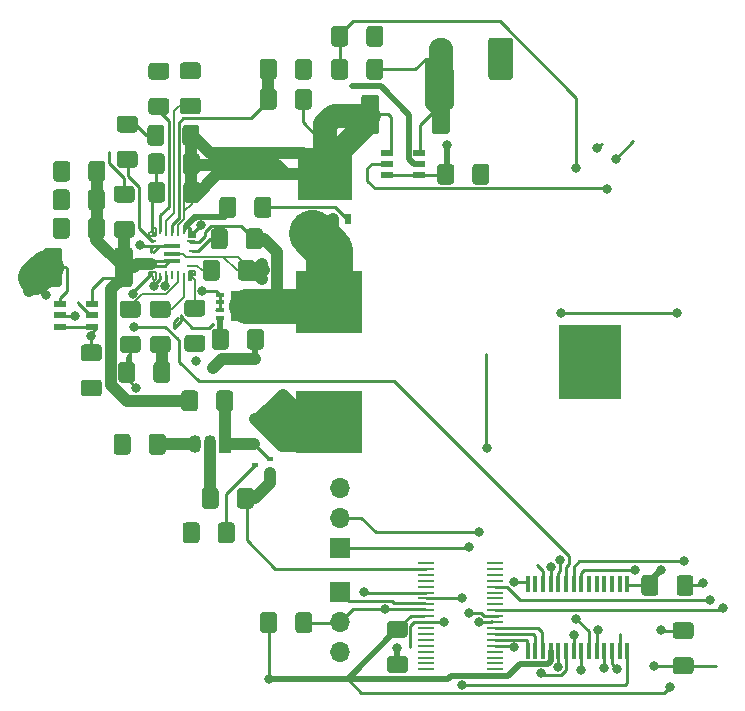
<source format=gbr>
G04 #@! TF.GenerationSoftware,KiCad,Pcbnew,(5.1.10)-1*
G04 #@! TF.CreationDate,2021-05-18T15:00:51+02:00*
G04 #@! TF.ProjectId,PEE50_MPPT,50454535-305f-44d5-9050-542e6b696361,rev?*
G04 #@! TF.SameCoordinates,Original*
G04 #@! TF.FileFunction,Copper,L1,Top*
G04 #@! TF.FilePolarity,Positive*
%FSLAX46Y46*%
G04 Gerber Fmt 4.6, Leading zero omitted, Abs format (unit mm)*
G04 Created by KiCad (PCBNEW (5.1.10)-1) date 2021-05-18 15:00:51*
%MOMM*%
%LPD*%
G01*
G04 APERTURE LIST*
G04 #@! TA.AperFunction,EtchedComponent*
%ADD10C,0.152400*%
G04 #@! TD*
G04 #@! TA.AperFunction,SMDPad,CuDef*
%ADD11C,0.306367*%
G04 #@! TD*
G04 #@! TA.AperFunction,SMDPad,CuDef*
%ADD12R,0.249999X0.599999*%
G04 #@! TD*
G04 #@! TA.AperFunction,SMDPad,CuDef*
%ADD13R,0.249999X0.725000*%
G04 #@! TD*
G04 #@! TA.AperFunction,SMDPad,CuDef*
%ADD14C,0.289687*%
G04 #@! TD*
G04 #@! TA.AperFunction,SMDPad,CuDef*
%ADD15R,0.625000X0.249999*%
G04 #@! TD*
G04 #@! TA.AperFunction,SMDPad,CuDef*
%ADD16C,0.258750*%
G04 #@! TD*
G04 #@! TA.AperFunction,SMDPad,CuDef*
%ADD17C,0.332306*%
G04 #@! TD*
G04 #@! TA.AperFunction,SMDPad,CuDef*
%ADD18R,0.675000X0.249999*%
G04 #@! TD*
G04 #@! TA.AperFunction,SMDPad,CuDef*
%ADD19R,0.599999X0.249999*%
G04 #@! TD*
G04 #@! TA.AperFunction,SMDPad,CuDef*
%ADD20R,1.425001X0.375001*%
G04 #@! TD*
G04 #@! TA.AperFunction,SMDPad,CuDef*
%ADD21R,0.354800X1.461999*%
G04 #@! TD*
G04 #@! TA.AperFunction,ComponentPad*
%ADD22O,1.700000X1.700000*%
G04 #@! TD*
G04 #@! TA.AperFunction,ComponentPad*
%ADD23R,1.700000X1.700000*%
G04 #@! TD*
G04 #@! TA.AperFunction,SMDPad,CuDef*
%ADD24R,1.404099X0.279400*%
G04 #@! TD*
G04 #@! TA.AperFunction,ComponentPad*
%ADD25O,2.080000X3.600000*%
G04 #@! TD*
G04 #@! TA.AperFunction,SMDPad,CuDef*
%ADD26R,5.283200X6.350000*%
G04 #@! TD*
G04 #@! TA.AperFunction,SMDPad,CuDef*
%ADD27R,5.588000X5.334000*%
G04 #@! TD*
G04 #@! TA.AperFunction,ComponentPad*
%ADD28R,1.050000X1.500000*%
G04 #@! TD*
G04 #@! TA.AperFunction,ComponentPad*
%ADD29O,1.050000X1.500000*%
G04 #@! TD*
G04 #@! TA.AperFunction,SMDPad,CuDef*
%ADD30R,0.508000X0.355600*%
G04 #@! TD*
G04 #@! TA.AperFunction,SMDPad,CuDef*
%ADD31R,4.570001X4.490001*%
G04 #@! TD*
G04 #@! TA.AperFunction,SMDPad,CuDef*
%ADD32R,0.509999X0.910001*%
G04 #@! TD*
G04 #@! TA.AperFunction,SMDPad,CuDef*
%ADD33R,2.510000X2.550000*%
G04 #@! TD*
G04 #@! TA.AperFunction,SMDPad,CuDef*
%ADD34R,0.700001X0.399999*%
G04 #@! TD*
G04 #@! TA.AperFunction,SMDPad,CuDef*
%ADD35R,0.977900X0.558800*%
G04 #@! TD*
G04 #@! TA.AperFunction,ViaPad*
%ADD36C,0.800000*%
G04 #@! TD*
G04 #@! TA.AperFunction,Conductor*
%ADD37C,0.250000*%
G04 #@! TD*
G04 #@! TA.AperFunction,Conductor*
%ADD38C,0.500000*%
G04 #@! TD*
G04 #@! TA.AperFunction,Conductor*
%ADD39C,0.200000*%
G04 #@! TD*
G04 #@! TA.AperFunction,Conductor*
%ADD40C,1.000000*%
G04 #@! TD*
G04 #@! TA.AperFunction,Conductor*
%ADD41C,2.000000*%
G04 #@! TD*
G04 #@! TA.AperFunction,Conductor*
%ADD42C,4.000000*%
G04 #@! TD*
G04 #@! TA.AperFunction,Conductor*
%ADD43C,3.000000*%
G04 #@! TD*
G04 APERTURE END LIST*
D10*
X40541800Y-74481800D02*
X40591800Y-74431800D01*
X40541800Y-75156800D02*
X40541800Y-74481800D01*
X40591800Y-75206800D02*
X40541800Y-75156800D01*
X41066798Y-75206800D02*
X40591800Y-75206800D01*
X41116798Y-75156800D02*
X41066798Y-75206800D01*
X41116800Y-74856801D02*
X41116798Y-75156800D01*
X41066798Y-74806801D02*
X41116800Y-74856801D01*
X40766798Y-74806801D02*
X41066798Y-74806801D01*
X40766798Y-74481800D02*
X40766798Y-74806801D01*
X40716798Y-74431800D02*
X40766798Y-74481800D01*
X40591800Y-74431800D02*
X40716798Y-74431800D01*
X40591800Y-78831799D02*
X40591800Y-78831802D01*
X40541798Y-78781802D02*
X40591800Y-78831799D01*
X40541798Y-78106802D02*
X40541798Y-78781802D01*
X40591800Y-78056802D02*
X40541798Y-78106802D01*
X41066798Y-78056799D02*
X40591800Y-78056802D01*
X41116798Y-78106802D02*
X41066798Y-78056799D01*
X41116800Y-78406801D02*
X41116798Y-78106802D01*
X41066798Y-78456801D02*
X41116800Y-78406801D01*
X40766798Y-78456801D02*
X41066798Y-78456801D01*
X40766798Y-78781802D02*
X40766798Y-78456801D01*
X40716798Y-78831802D02*
X40766798Y-78781802D01*
X40591800Y-78831802D02*
X40716798Y-78831802D01*
X37567800Y-74481800D02*
X37617798Y-74431800D01*
X37567798Y-74781802D02*
X37567800Y-74481800D01*
X37267798Y-74781802D02*
X37567798Y-74781802D01*
X37217799Y-74831802D02*
X37267798Y-74781802D01*
X37217799Y-75081802D02*
X37217799Y-74831802D01*
X37267798Y-75131801D02*
X37217799Y-75081802D01*
X37742799Y-75131801D02*
X37267798Y-75131801D01*
X37792799Y-75081802D02*
X37742799Y-75131801D01*
X37792799Y-74481800D02*
X37792799Y-75081802D01*
X37742799Y-74431800D02*
X37792799Y-74481800D01*
X37617798Y-74431800D02*
X37742799Y-74431800D01*
X37567800Y-78781802D02*
X37617798Y-78831802D01*
X37567798Y-78481800D02*
X37567800Y-78781802D01*
X37267798Y-78481800D02*
X37567798Y-78481800D01*
X37217799Y-78431800D02*
X37267798Y-78481800D01*
X37217799Y-78181800D02*
X37217799Y-78431800D01*
X37267798Y-78131801D02*
X37217799Y-78181800D01*
X37742799Y-78131801D02*
X37267798Y-78131801D01*
X37792799Y-78181800D02*
X37742799Y-78131801D01*
X37792801Y-78781802D02*
X37792799Y-78181800D01*
X37742799Y-78831802D02*
X37792801Y-78781802D01*
X37617798Y-78831802D02*
X37742799Y-78831802D01*
D11*
X40721487Y-74970862D03*
D12*
X40166800Y-74731802D03*
D13*
X39666798Y-74794301D03*
X39166799Y-74794301D03*
X38666800Y-74794301D03*
D12*
X38166798Y-74731802D03*
D14*
X37613111Y-74970862D03*
D15*
X37529299Y-75506802D03*
X37529299Y-76006801D03*
X37529299Y-76506800D03*
X37529299Y-77256801D03*
X37529299Y-77756800D03*
D16*
X37361550Y-78275552D03*
D12*
X38166798Y-78531800D03*
D13*
X38666800Y-78469301D03*
X39166799Y-78469301D03*
X39666798Y-78469301D03*
D12*
X40166800Y-78531800D03*
D17*
X40757423Y-78272425D03*
D18*
X40779300Y-77681801D03*
D19*
X40816798Y-76881801D03*
X40816798Y-76381801D03*
D18*
X40779300Y-75581801D03*
D20*
X39166799Y-76006801D03*
X39166799Y-76631801D03*
X39166799Y-77256801D03*
G04 #@! TA.AperFunction,SMDPad,CuDef*
G36*
G01*
X83048000Y-112218500D02*
X81798000Y-112218500D01*
G75*
G02*
X81548000Y-111968500I0J250000D01*
G01*
X81548000Y-111043500D01*
G75*
G02*
X81798000Y-110793500I250000J0D01*
G01*
X83048000Y-110793500D01*
G75*
G02*
X83298000Y-111043500I0J-250000D01*
G01*
X83298000Y-111968500D01*
G75*
G02*
X83048000Y-112218500I-250000J0D01*
G01*
G37*
G04 #@! TD.AperFunction*
G04 #@! TA.AperFunction,SMDPad,CuDef*
G36*
G01*
X83048000Y-109243500D02*
X81798000Y-109243500D01*
G75*
G02*
X81548000Y-108993500I0J250000D01*
G01*
X81548000Y-108068500D01*
G75*
G02*
X81798000Y-107818500I250000J0D01*
G01*
X83048000Y-107818500D01*
G75*
G02*
X83298000Y-108068500I0J-250000D01*
G01*
X83298000Y-108993500D01*
G75*
G02*
X83048000Y-109243500I-250000J0D01*
G01*
G37*
G04 #@! TD.AperFunction*
G04 #@! TA.AperFunction,SMDPad,CuDef*
G36*
G01*
X78889500Y-105336500D02*
X78889500Y-104086500D01*
G75*
G02*
X79139500Y-103836500I250000J0D01*
G01*
X80064500Y-103836500D01*
G75*
G02*
X80314500Y-104086500I0J-250000D01*
G01*
X80314500Y-105336500D01*
G75*
G02*
X80064500Y-105586500I-250000J0D01*
G01*
X79139500Y-105586500D01*
G75*
G02*
X78889500Y-105336500I0J250000D01*
G01*
G37*
G04 #@! TD.AperFunction*
G04 #@! TA.AperFunction,SMDPad,CuDef*
G36*
G01*
X81864500Y-105336500D02*
X81864500Y-104086500D01*
G75*
G02*
X82114500Y-103836500I250000J0D01*
G01*
X83039500Y-103836500D01*
G75*
G02*
X83289500Y-104086500I0J-250000D01*
G01*
X83289500Y-105336500D01*
G75*
G02*
X83039500Y-105586500I-250000J0D01*
G01*
X82114500Y-105586500D01*
G75*
G02*
X81864500Y-105336500I0J250000D01*
G01*
G37*
G04 #@! TD.AperFunction*
G04 #@! TA.AperFunction,SMDPad,CuDef*
G36*
G01*
X49587500Y-108475000D02*
X49587500Y-107225000D01*
G75*
G02*
X49837500Y-106975000I250000J0D01*
G01*
X50762500Y-106975000D01*
G75*
G02*
X51012500Y-107225000I0J-250000D01*
G01*
X51012500Y-108475000D01*
G75*
G02*
X50762500Y-108725000I-250000J0D01*
G01*
X49837500Y-108725000D01*
G75*
G02*
X49587500Y-108475000I0J250000D01*
G01*
G37*
G04 #@! TD.AperFunction*
G04 #@! TA.AperFunction,SMDPad,CuDef*
G36*
G01*
X46612500Y-108475000D02*
X46612500Y-107225000D01*
G75*
G02*
X46862500Y-106975000I250000J0D01*
G01*
X47787500Y-106975000D01*
G75*
G02*
X48037500Y-107225000I0J-250000D01*
G01*
X48037500Y-108475000D01*
G75*
G02*
X47787500Y-108725000I-250000J0D01*
G01*
X46862500Y-108725000D01*
G75*
G02*
X46612500Y-108475000I0J250000D01*
G01*
G37*
G04 #@! TD.AperFunction*
D21*
X77694500Y-110261400D03*
X77044499Y-110261400D03*
X76394500Y-110261400D03*
X75744499Y-110261400D03*
X75094501Y-110261400D03*
X74444499Y-110261400D03*
X73794501Y-110261400D03*
X73144499Y-110261400D03*
X72494501Y-110261400D03*
X71844499Y-110261400D03*
X71194501Y-110261400D03*
X70544500Y-110261400D03*
X69894501Y-110261400D03*
X69244500Y-110261400D03*
X69244502Y-104622600D03*
X69894501Y-104622600D03*
X70544502Y-104622600D03*
X71194501Y-104622600D03*
X71844502Y-104622600D03*
X72494501Y-104622600D03*
X73144502Y-104622600D03*
X73794501Y-104622600D03*
X74444499Y-104622600D03*
X75094501Y-104622600D03*
X75744499Y-104622600D03*
X76394500Y-104622600D03*
X77044499Y-104622600D03*
X77694500Y-104622600D03*
D22*
X53340000Y-96456500D03*
X53340000Y-98996500D03*
D23*
X53340000Y-101536500D03*
G04 #@! TA.AperFunction,SMDPad,CuDef*
G36*
G01*
X57604500Y-107718500D02*
X58854500Y-107718500D01*
G75*
G02*
X59104500Y-107968500I0J-250000D01*
G01*
X59104500Y-108893500D01*
G75*
G02*
X58854500Y-109143500I-250000J0D01*
G01*
X57604500Y-109143500D01*
G75*
G02*
X57354500Y-108893500I0J250000D01*
G01*
X57354500Y-107968500D01*
G75*
G02*
X57604500Y-107718500I250000J0D01*
G01*
G37*
G04 #@! TD.AperFunction*
G04 #@! TA.AperFunction,SMDPad,CuDef*
G36*
G01*
X57604500Y-110693500D02*
X58854500Y-110693500D01*
G75*
G02*
X59104500Y-110943500I0J-250000D01*
G01*
X59104500Y-111868500D01*
G75*
G02*
X58854500Y-112118500I-250000J0D01*
G01*
X57604500Y-112118500D01*
G75*
G02*
X57354500Y-111868500I0J250000D01*
G01*
X57354500Y-110943500D01*
G75*
G02*
X57604500Y-110693500I250000J0D01*
G01*
G37*
G04 #@! TD.AperFunction*
X53340000Y-105283000D03*
D22*
X53340000Y-107823000D03*
X53340000Y-110363000D03*
D24*
X66513448Y-102814999D03*
X66513448Y-103315000D03*
X66513448Y-103814999D03*
X66513448Y-104315001D03*
X66513448Y-104815000D03*
X66513448Y-105314999D03*
X66513448Y-105815000D03*
X66513448Y-106314999D03*
X66513448Y-106814998D03*
X66513448Y-107315000D03*
X66513448Y-107814999D03*
X66513448Y-108315001D03*
X66513448Y-108815000D03*
X66513448Y-109314999D03*
X66513448Y-109815000D03*
X66513448Y-110314999D03*
X66513448Y-110815001D03*
X66513448Y-111315000D03*
X66513448Y-111814999D03*
X60613552Y-111815001D03*
X60613552Y-111315000D03*
X60613552Y-110815001D03*
X60613552Y-110314999D03*
X60613552Y-109815000D03*
X60613552Y-109315001D03*
X60613552Y-108815000D03*
X60613552Y-108315001D03*
X60613552Y-107814999D03*
X60613552Y-107315000D03*
X60613552Y-106815001D03*
X60613552Y-106314999D03*
X60613552Y-105815000D03*
X60613552Y-105314999D03*
X60613552Y-104815000D03*
X60613552Y-104315001D03*
X60613552Y-103814999D03*
X60613552Y-103315000D03*
X60613552Y-102815001D03*
G04 #@! TA.AperFunction,SMDPad,CuDef*
G36*
G01*
X38482299Y-65973801D02*
X38482299Y-67223801D01*
G75*
G02*
X38232299Y-67473801I-250000J0D01*
G01*
X37307299Y-67473801D01*
G75*
G02*
X37057299Y-67223801I0J250000D01*
G01*
X37057299Y-65973801D01*
G75*
G02*
X37307299Y-65723801I250000J0D01*
G01*
X38232299Y-65723801D01*
G75*
G02*
X38482299Y-65973801I0J-250000D01*
G01*
G37*
G04 #@! TD.AperFunction*
G04 #@! TA.AperFunction,SMDPad,CuDef*
G36*
G01*
X41457299Y-65973801D02*
X41457299Y-67223801D01*
G75*
G02*
X41207299Y-67473801I-250000J0D01*
G01*
X40282299Y-67473801D01*
G75*
G02*
X40032299Y-67223801I0J250000D01*
G01*
X40032299Y-65973801D01*
G75*
G02*
X40282299Y-65723801I250000J0D01*
G01*
X41207299Y-65723801D01*
G75*
G02*
X41457299Y-65973801I0J-250000D01*
G01*
G37*
G04 #@! TD.AperFunction*
G04 #@! TA.AperFunction,SMDPad,CuDef*
G36*
G01*
X41493799Y-68386801D02*
X41493799Y-69636801D01*
G75*
G02*
X41243799Y-69886801I-250000J0D01*
G01*
X40318799Y-69886801D01*
G75*
G02*
X40068799Y-69636801I0J250000D01*
G01*
X40068799Y-68386801D01*
G75*
G02*
X40318799Y-68136801I250000J0D01*
G01*
X41243799Y-68136801D01*
G75*
G02*
X41493799Y-68386801I0J-250000D01*
G01*
G37*
G04 #@! TD.AperFunction*
G04 #@! TA.AperFunction,SMDPad,CuDef*
G36*
G01*
X38518799Y-68386801D02*
X38518799Y-69636801D01*
G75*
G02*
X38268799Y-69886801I-250000J0D01*
G01*
X37343799Y-69886801D01*
G75*
G02*
X37093799Y-69636801I0J250000D01*
G01*
X37093799Y-68386801D01*
G75*
G02*
X37343799Y-68136801I250000J0D01*
G01*
X38268799Y-68136801D01*
G75*
G02*
X38518799Y-68386801I0J-250000D01*
G01*
G37*
G04 #@! TD.AperFunction*
G04 #@! TA.AperFunction,SMDPad,CuDef*
G36*
G01*
X38555299Y-70799801D02*
X38555299Y-72049801D01*
G75*
G02*
X38305299Y-72299801I-250000J0D01*
G01*
X37380299Y-72299801D01*
G75*
G02*
X37130299Y-72049801I0J250000D01*
G01*
X37130299Y-70799801D01*
G75*
G02*
X37380299Y-70549801I250000J0D01*
G01*
X38305299Y-70549801D01*
G75*
G02*
X38555299Y-70799801I0J-250000D01*
G01*
G37*
G04 #@! TD.AperFunction*
G04 #@! TA.AperFunction,SMDPad,CuDef*
G36*
G01*
X41530299Y-70799801D02*
X41530299Y-72049801D01*
G75*
G02*
X41280299Y-72299801I-250000J0D01*
G01*
X40355299Y-72299801D01*
G75*
G02*
X40105299Y-72049801I0J250000D01*
G01*
X40105299Y-70799801D01*
G75*
G02*
X40355299Y-70549801I250000J0D01*
G01*
X41280299Y-70549801D01*
G75*
G02*
X41530299Y-70799801I0J-250000D01*
G01*
G37*
G04 #@! TD.AperFunction*
G04 #@! TA.AperFunction,SMDPad,CuDef*
G36*
G01*
X46827799Y-74736801D02*
X46827799Y-75986801D01*
G75*
G02*
X46577799Y-76236801I-250000J0D01*
G01*
X45652799Y-76236801D01*
G75*
G02*
X45402799Y-75986801I0J250000D01*
G01*
X45402799Y-74736801D01*
G75*
G02*
X45652799Y-74486801I250000J0D01*
G01*
X46577799Y-74486801D01*
G75*
G02*
X46827799Y-74736801I0J-250000D01*
G01*
G37*
G04 #@! TD.AperFunction*
G04 #@! TA.AperFunction,SMDPad,CuDef*
G36*
G01*
X43852799Y-74736801D02*
X43852799Y-75986801D01*
G75*
G02*
X43602799Y-76236801I-250000J0D01*
G01*
X42677799Y-76236801D01*
G75*
G02*
X42427799Y-75986801I0J250000D01*
G01*
X42427799Y-74736801D01*
G75*
G02*
X42677799Y-74486801I250000J0D01*
G01*
X43602799Y-74486801D01*
G75*
G02*
X43852799Y-74736801I0J-250000D01*
G01*
G37*
G04 #@! TD.AperFunction*
G04 #@! TA.AperFunction,SMDPad,CuDef*
G36*
G01*
X40446799Y-83502801D02*
X41696799Y-83502801D01*
G75*
G02*
X41946799Y-83752801I0J-250000D01*
G01*
X41946799Y-84677801D01*
G75*
G02*
X41696799Y-84927801I-250000J0D01*
G01*
X40446799Y-84927801D01*
G75*
G02*
X40196799Y-84677801I0J250000D01*
G01*
X40196799Y-83752801D01*
G75*
G02*
X40446799Y-83502801I250000J0D01*
G01*
G37*
G04 #@! TD.AperFunction*
G04 #@! TA.AperFunction,SMDPad,CuDef*
G36*
G01*
X40446799Y-80527801D02*
X41696799Y-80527801D01*
G75*
G02*
X41946799Y-80777801I0J-250000D01*
G01*
X41946799Y-81702801D01*
G75*
G02*
X41696799Y-81952801I-250000J0D01*
G01*
X40446799Y-81952801D01*
G75*
G02*
X40196799Y-81702801I0J250000D01*
G01*
X40196799Y-80777801D01*
G75*
G02*
X40446799Y-80527801I250000J0D01*
G01*
G37*
G04 #@! TD.AperFunction*
G04 #@! TA.AperFunction,SMDPad,CuDef*
G36*
G01*
X44731299Y-78653801D02*
X44731299Y-77403801D01*
G75*
G02*
X44981299Y-77153801I250000J0D01*
G01*
X45906299Y-77153801D01*
G75*
G02*
X46156299Y-77403801I0J-250000D01*
G01*
X46156299Y-78653801D01*
G75*
G02*
X45906299Y-78903801I-250000J0D01*
G01*
X44981299Y-78903801D01*
G75*
G02*
X44731299Y-78653801I0J250000D01*
G01*
G37*
G04 #@! TD.AperFunction*
G04 #@! TA.AperFunction,SMDPad,CuDef*
G36*
G01*
X41756299Y-78653801D02*
X41756299Y-77403801D01*
G75*
G02*
X42006299Y-77153801I250000J0D01*
G01*
X42931299Y-77153801D01*
G75*
G02*
X43181299Y-77403801I0J-250000D01*
G01*
X43181299Y-78653801D01*
G75*
G02*
X42931299Y-78903801I-250000J0D01*
G01*
X42006299Y-78903801D01*
G75*
G02*
X41756299Y-78653801I0J250000D01*
G01*
G37*
G04 #@! TD.AperFunction*
G04 #@! TA.AperFunction,SMDPad,CuDef*
G36*
G01*
X33456299Y-73847801D02*
X33456299Y-75097801D01*
G75*
G02*
X33206299Y-75347801I-250000J0D01*
G01*
X32281299Y-75347801D01*
G75*
G02*
X32031299Y-75097801I0J250000D01*
G01*
X32031299Y-73847801D01*
G75*
G02*
X32281299Y-73597801I250000J0D01*
G01*
X33206299Y-73597801D01*
G75*
G02*
X33456299Y-73847801I0J-250000D01*
G01*
G37*
G04 #@! TD.AperFunction*
G04 #@! TA.AperFunction,SMDPad,CuDef*
G36*
G01*
X30481299Y-73847801D02*
X30481299Y-75097801D01*
G75*
G02*
X30231299Y-75347801I-250000J0D01*
G01*
X29306299Y-75347801D01*
G75*
G02*
X29056299Y-75097801I0J250000D01*
G01*
X29056299Y-73847801D01*
G75*
G02*
X29306299Y-73597801I250000J0D01*
G01*
X30231299Y-73597801D01*
G75*
G02*
X30481299Y-73847801I0J-250000D01*
G01*
G37*
G04 #@! TD.AperFunction*
G04 #@! TA.AperFunction,SMDPad,CuDef*
G36*
G01*
X30481299Y-71434801D02*
X30481299Y-72684801D01*
G75*
G02*
X30231299Y-72934801I-250000J0D01*
G01*
X29306299Y-72934801D01*
G75*
G02*
X29056299Y-72684801I0J250000D01*
G01*
X29056299Y-71434801D01*
G75*
G02*
X29306299Y-71184801I250000J0D01*
G01*
X30231299Y-71184801D01*
G75*
G02*
X30481299Y-71434801I0J-250000D01*
G01*
G37*
G04 #@! TD.AperFunction*
G04 #@! TA.AperFunction,SMDPad,CuDef*
G36*
G01*
X33456299Y-71434801D02*
X33456299Y-72684801D01*
G75*
G02*
X33206299Y-72934801I-250000J0D01*
G01*
X32281299Y-72934801D01*
G75*
G02*
X32031299Y-72684801I0J250000D01*
G01*
X32031299Y-71434801D01*
G75*
G02*
X32281299Y-71184801I250000J0D01*
G01*
X33206299Y-71184801D01*
G75*
G02*
X33456299Y-71434801I0J-250000D01*
G01*
G37*
G04 #@! TD.AperFunction*
G04 #@! TA.AperFunction,SMDPad,CuDef*
G36*
G01*
X38775799Y-85018301D02*
X37525799Y-85018301D01*
G75*
G02*
X37275799Y-84768301I0J250000D01*
G01*
X37275799Y-83843301D01*
G75*
G02*
X37525799Y-83593301I250000J0D01*
G01*
X38775799Y-83593301D01*
G75*
G02*
X39025799Y-83843301I0J-250000D01*
G01*
X39025799Y-84768301D01*
G75*
G02*
X38775799Y-85018301I-250000J0D01*
G01*
G37*
G04 #@! TD.AperFunction*
G04 #@! TA.AperFunction,SMDPad,CuDef*
G36*
G01*
X38775799Y-82043301D02*
X37525799Y-82043301D01*
G75*
G02*
X37275799Y-81793301I0J250000D01*
G01*
X37275799Y-80868301D01*
G75*
G02*
X37525799Y-80618301I250000J0D01*
G01*
X38775799Y-80618301D01*
G75*
G02*
X39025799Y-80868301I0J-250000D01*
G01*
X39025799Y-81793301D01*
G75*
G02*
X38775799Y-82043301I-250000J0D01*
G01*
G37*
G04 #@! TD.AperFunction*
G04 #@! TA.AperFunction,SMDPad,CuDef*
G36*
G01*
X33492799Y-69021801D02*
X33492799Y-70271801D01*
G75*
G02*
X33242799Y-70521801I-250000J0D01*
G01*
X32317799Y-70521801D01*
G75*
G02*
X32067799Y-70271801I0J250000D01*
G01*
X32067799Y-69021801D01*
G75*
G02*
X32317799Y-68771801I250000J0D01*
G01*
X33242799Y-68771801D01*
G75*
G02*
X33492799Y-69021801I0J-250000D01*
G01*
G37*
G04 #@! TD.AperFunction*
G04 #@! TA.AperFunction,SMDPad,CuDef*
G36*
G01*
X30517799Y-69021801D02*
X30517799Y-70271801D01*
G75*
G02*
X30267799Y-70521801I-250000J0D01*
G01*
X29342799Y-70521801D01*
G75*
G02*
X29092799Y-70271801I0J250000D01*
G01*
X29092799Y-69021801D01*
G75*
G02*
X29342799Y-68771801I250000J0D01*
G01*
X30267799Y-68771801D01*
G75*
G02*
X30517799Y-69021801I0J-250000D01*
G01*
G37*
G04 #@! TD.AperFunction*
G04 #@! TA.AperFunction,SMDPad,CuDef*
G36*
G01*
X35727799Y-72300801D02*
X34477799Y-72300801D01*
G75*
G02*
X34227799Y-72050801I0J250000D01*
G01*
X34227799Y-71125801D01*
G75*
G02*
X34477799Y-70875801I250000J0D01*
G01*
X35727799Y-70875801D01*
G75*
G02*
X35977799Y-71125801I0J-250000D01*
G01*
X35977799Y-72050801D01*
G75*
G02*
X35727799Y-72300801I-250000J0D01*
G01*
G37*
G04 #@! TD.AperFunction*
G04 #@! TA.AperFunction,SMDPad,CuDef*
G36*
G01*
X35727799Y-75275801D02*
X34477799Y-75275801D01*
G75*
G02*
X34227799Y-75025801I0J250000D01*
G01*
X34227799Y-74100801D01*
G75*
G02*
X34477799Y-73850801I250000J0D01*
G01*
X35727799Y-73850801D01*
G75*
G02*
X35977799Y-74100801I0J-250000D01*
G01*
X35977799Y-75025801D01*
G75*
G02*
X35727799Y-75275801I-250000J0D01*
G01*
G37*
G04 #@! TD.AperFunction*
G04 #@! TA.AperFunction,SMDPad,CuDef*
G36*
G01*
X64579799Y-70525801D02*
X64579799Y-69275801D01*
G75*
G02*
X64829799Y-69025801I250000J0D01*
G01*
X65754799Y-69025801D01*
G75*
G02*
X66004799Y-69275801I0J-250000D01*
G01*
X66004799Y-70525801D01*
G75*
G02*
X65754799Y-70775801I-250000J0D01*
G01*
X64829799Y-70775801D01*
G75*
G02*
X64579799Y-70525801I0J250000D01*
G01*
G37*
G04 #@! TD.AperFunction*
G04 #@! TA.AperFunction,SMDPad,CuDef*
G36*
G01*
X61604799Y-70525801D02*
X61604799Y-69275801D01*
G75*
G02*
X61854799Y-69025801I250000J0D01*
G01*
X62779799Y-69025801D01*
G75*
G02*
X63029799Y-69275801I0J-250000D01*
G01*
X63029799Y-70525801D01*
G75*
G02*
X62779799Y-70775801I-250000J0D01*
G01*
X61854799Y-70775801D01*
G75*
G02*
X61604799Y-70525801I0J250000D01*
G01*
G37*
G04 #@! TD.AperFunction*
G04 #@! TA.AperFunction,SMDPad,CuDef*
G36*
G01*
X31683799Y-87276301D02*
X32933799Y-87276301D01*
G75*
G02*
X33183799Y-87526301I0J-250000D01*
G01*
X33183799Y-88451301D01*
G75*
G02*
X32933799Y-88701301I-250000J0D01*
G01*
X31683799Y-88701301D01*
G75*
G02*
X31433799Y-88451301I0J250000D01*
G01*
X31433799Y-87526301D01*
G75*
G02*
X31683799Y-87276301I250000J0D01*
G01*
G37*
G04 #@! TD.AperFunction*
G04 #@! TA.AperFunction,SMDPad,CuDef*
G36*
G01*
X31683799Y-84301301D02*
X32933799Y-84301301D01*
G75*
G02*
X33183799Y-84551301I0J-250000D01*
G01*
X33183799Y-85476301D01*
G75*
G02*
X32933799Y-85726301I-250000J0D01*
G01*
X31683799Y-85726301D01*
G75*
G02*
X31433799Y-85476301I0J250000D01*
G01*
X31433799Y-84551301D01*
G75*
G02*
X31683799Y-84301301I250000J0D01*
G01*
G37*
G04 #@! TD.AperFunction*
D25*
X61899799Y-60121801D03*
G04 #@! TA.AperFunction,ComponentPad*
G36*
G01*
X68019799Y-58571798D02*
X68019799Y-61671804D01*
G75*
G02*
X67769802Y-61921801I-249997J0D01*
G01*
X66189796Y-61921801D01*
G75*
G02*
X65939799Y-61671804I0J249997D01*
G01*
X65939799Y-58571798D01*
G75*
G02*
X66189796Y-58321801I249997J0D01*
G01*
X67769802Y-58321801D01*
G75*
G02*
X68019799Y-58571798I0J-249997D01*
G01*
G37*
G04 #@! TD.AperFunction*
D26*
X74498498Y-85775801D03*
D27*
X52423500Y-90850800D03*
X52423500Y-80700802D03*
D28*
X43611799Y-92760801D03*
D29*
X41071799Y-92760801D03*
X42341799Y-92760801D03*
G04 #@! TA.AperFunction,SMDPad,CuDef*
G36*
G01*
X54049299Y-60385801D02*
X54049299Y-61635801D01*
G75*
G02*
X53799299Y-61885801I-250000J0D01*
G01*
X52874299Y-61885801D01*
G75*
G02*
X52624299Y-61635801I0J250000D01*
G01*
X52624299Y-60385801D01*
G75*
G02*
X52874299Y-60135801I250000J0D01*
G01*
X53799299Y-60135801D01*
G75*
G02*
X54049299Y-60385801I0J-250000D01*
G01*
G37*
G04 #@! TD.AperFunction*
G04 #@! TA.AperFunction,SMDPad,CuDef*
G36*
G01*
X57024299Y-60385801D02*
X57024299Y-61635801D01*
G75*
G02*
X56774299Y-61885801I-250000J0D01*
G01*
X55849299Y-61885801D01*
G75*
G02*
X55599299Y-61635801I0J250000D01*
G01*
X55599299Y-60385801D01*
G75*
G02*
X55849299Y-60135801I250000J0D01*
G01*
X56774299Y-60135801D01*
G75*
G02*
X57024299Y-60385801I0J-250000D01*
G01*
G37*
G04 #@! TD.AperFunction*
G04 #@! TA.AperFunction,SMDPad,CuDef*
G36*
G01*
X52624299Y-58841801D02*
X52624299Y-57591801D01*
G75*
G02*
X52874299Y-57341801I250000J0D01*
G01*
X53799299Y-57341801D01*
G75*
G02*
X54049299Y-57591801I0J-250000D01*
G01*
X54049299Y-58841801D01*
G75*
G02*
X53799299Y-59091801I-250000J0D01*
G01*
X52874299Y-59091801D01*
G75*
G02*
X52624299Y-58841801I0J250000D01*
G01*
G37*
G04 #@! TD.AperFunction*
G04 #@! TA.AperFunction,SMDPad,CuDef*
G36*
G01*
X55599299Y-58841801D02*
X55599299Y-57591801D01*
G75*
G02*
X55849299Y-57341801I250000J0D01*
G01*
X56774299Y-57341801D01*
G75*
G02*
X57024299Y-57591801I0J-250000D01*
G01*
X57024299Y-58841801D01*
G75*
G02*
X56774299Y-59091801I-250000J0D01*
G01*
X55849299Y-59091801D01*
G75*
G02*
X55599299Y-58841801I0J250000D01*
G01*
G37*
G04 #@! TD.AperFunction*
G04 #@! TA.AperFunction,SMDPad,CuDef*
G36*
G01*
X61137299Y-66245802D02*
X61137299Y-63395800D01*
G75*
G02*
X61387298Y-63145801I249999J0D01*
G01*
X62412300Y-63145801D01*
G75*
G02*
X62662299Y-63395800I0J-249999D01*
G01*
X62662299Y-66245802D01*
G75*
G02*
X62412300Y-66495801I-249999J0D01*
G01*
X61387298Y-66495801D01*
G75*
G02*
X61137299Y-66245802I0J249999D01*
G01*
G37*
G04 #@! TD.AperFunction*
G04 #@! TA.AperFunction,SMDPad,CuDef*
G36*
G01*
X55162299Y-66245802D02*
X55162299Y-63395800D01*
G75*
G02*
X55412298Y-63145801I249999J0D01*
G01*
X56437300Y-63145801D01*
G75*
G02*
X56687299Y-63395800I0J-249999D01*
G01*
X56687299Y-66245802D01*
G75*
G02*
X56437300Y-66495801I-249999J0D01*
G01*
X55412298Y-66495801D01*
G75*
G02*
X55162299Y-66245802I0J249999D01*
G01*
G37*
G04 #@! TD.AperFunction*
G04 #@! TA.AperFunction,SMDPad,CuDef*
G36*
G01*
X44640799Y-97957801D02*
X44640799Y-96707801D01*
G75*
G02*
X44890799Y-96457801I250000J0D01*
G01*
X45815799Y-96457801D01*
G75*
G02*
X46065799Y-96707801I0J-250000D01*
G01*
X46065799Y-97957801D01*
G75*
G02*
X45815799Y-98207801I-250000J0D01*
G01*
X44890799Y-98207801D01*
G75*
G02*
X44640799Y-97957801I0J250000D01*
G01*
G37*
G04 #@! TD.AperFunction*
G04 #@! TA.AperFunction,SMDPad,CuDef*
G36*
G01*
X41665799Y-97957801D02*
X41665799Y-96707801D01*
G75*
G02*
X41915799Y-96457801I250000J0D01*
G01*
X42840799Y-96457801D01*
G75*
G02*
X43090799Y-96707801I0J-250000D01*
G01*
X43090799Y-97957801D01*
G75*
G02*
X42840799Y-98207801I-250000J0D01*
G01*
X41915799Y-98207801D01*
G75*
G02*
X41665799Y-97957801I0J250000D01*
G01*
G37*
G04 #@! TD.AperFunction*
G04 #@! TA.AperFunction,SMDPad,CuDef*
G36*
G01*
X42899299Y-89702801D02*
X42899299Y-88452801D01*
G75*
G02*
X43149299Y-88202801I250000J0D01*
G01*
X44074299Y-88202801D01*
G75*
G02*
X44324299Y-88452801I0J-250000D01*
G01*
X44324299Y-89702801D01*
G75*
G02*
X44074299Y-89952801I-250000J0D01*
G01*
X43149299Y-89952801D01*
G75*
G02*
X42899299Y-89702801I0J250000D01*
G01*
G37*
G04 #@! TD.AperFunction*
G04 #@! TA.AperFunction,SMDPad,CuDef*
G36*
G01*
X39924299Y-89702801D02*
X39924299Y-88452801D01*
G75*
G02*
X40174299Y-88202801I250000J0D01*
G01*
X41099299Y-88202801D01*
G75*
G02*
X41349299Y-88452801I0J-250000D01*
G01*
X41349299Y-89702801D01*
G75*
G02*
X41099299Y-89952801I-250000J0D01*
G01*
X40174299Y-89952801D01*
G75*
G02*
X39924299Y-89702801I0J250000D01*
G01*
G37*
G04 #@! TD.AperFunction*
G04 #@! TA.AperFunction,SMDPad,CuDef*
G36*
G01*
X38609299Y-92135801D02*
X38609299Y-93385801D01*
G75*
G02*
X38359299Y-93635801I-250000J0D01*
G01*
X37434299Y-93635801D01*
G75*
G02*
X37184299Y-93385801I0J250000D01*
G01*
X37184299Y-92135801D01*
G75*
G02*
X37434299Y-91885801I250000J0D01*
G01*
X38359299Y-91885801D01*
G75*
G02*
X38609299Y-92135801I0J-250000D01*
G01*
G37*
G04 #@! TD.AperFunction*
G04 #@! TA.AperFunction,SMDPad,CuDef*
G36*
G01*
X35634299Y-92135801D02*
X35634299Y-93385801D01*
G75*
G02*
X35384299Y-93635801I-250000J0D01*
G01*
X34459299Y-93635801D01*
G75*
G02*
X34209299Y-93385801I0J250000D01*
G01*
X34209299Y-92135801D01*
G75*
G02*
X34459299Y-91885801I250000J0D01*
G01*
X35384299Y-91885801D01*
G75*
G02*
X35634299Y-92135801I0J-250000D01*
G01*
G37*
G04 #@! TD.AperFunction*
G04 #@! TA.AperFunction,SMDPad,CuDef*
G36*
G01*
X41476299Y-99628801D02*
X41476299Y-100878801D01*
G75*
G02*
X41226299Y-101128801I-250000J0D01*
G01*
X40301299Y-101128801D01*
G75*
G02*
X40051299Y-100878801I0J250000D01*
G01*
X40051299Y-99628801D01*
G75*
G02*
X40301299Y-99378801I250000J0D01*
G01*
X41226299Y-99378801D01*
G75*
G02*
X41476299Y-99628801I0J-250000D01*
G01*
G37*
G04 #@! TD.AperFunction*
G04 #@! TA.AperFunction,SMDPad,CuDef*
G36*
G01*
X44451299Y-99628801D02*
X44451299Y-100878801D01*
G75*
G02*
X44201299Y-101128801I-250000J0D01*
G01*
X43276299Y-101128801D01*
G75*
G02*
X43026299Y-100878801I0J250000D01*
G01*
X43026299Y-99628801D01*
G75*
G02*
X43276299Y-99378801I250000J0D01*
G01*
X44201299Y-99378801D01*
G75*
G02*
X44451299Y-99628801I0J-250000D01*
G01*
G37*
G04 #@! TD.AperFunction*
G04 #@! TA.AperFunction,SMDPad,CuDef*
G36*
G01*
X28304799Y-79199802D02*
X28304799Y-76349800D01*
G75*
G02*
X28554798Y-76099801I249999J0D01*
G01*
X29579800Y-76099801D01*
G75*
G02*
X29829799Y-76349800I0J-249999D01*
G01*
X29829799Y-79199802D01*
G75*
G02*
X29579800Y-79449801I-249999J0D01*
G01*
X28554798Y-79449801D01*
G75*
G02*
X28304799Y-79199802I0J249999D01*
G01*
G37*
G04 #@! TD.AperFunction*
G04 #@! TA.AperFunction,SMDPad,CuDef*
G36*
G01*
X34279799Y-79199802D02*
X34279799Y-76349800D01*
G75*
G02*
X34529798Y-76099801I249999J0D01*
G01*
X35554800Y-76099801D01*
G75*
G02*
X35804799Y-76349800I0J-249999D01*
G01*
X35804799Y-79199802D01*
G75*
G02*
X35554800Y-79449801I-249999J0D01*
G01*
X34529798Y-79449801D01*
G75*
G02*
X34279799Y-79199802I0J249999D01*
G01*
G37*
G04 #@! TD.AperFunction*
G04 #@! TA.AperFunction,SMDPad,CuDef*
G36*
G01*
X50982299Y-62925801D02*
X50982299Y-64175801D01*
G75*
G02*
X50732299Y-64425801I-250000J0D01*
G01*
X49807299Y-64425801D01*
G75*
G02*
X49557299Y-64175801I0J250000D01*
G01*
X49557299Y-62925801D01*
G75*
G02*
X49807299Y-62675801I250000J0D01*
G01*
X50732299Y-62675801D01*
G75*
G02*
X50982299Y-62925801I0J-250000D01*
G01*
G37*
G04 #@! TD.AperFunction*
G04 #@! TA.AperFunction,SMDPad,CuDef*
G36*
G01*
X48007299Y-62925801D02*
X48007299Y-64175801D01*
G75*
G02*
X47757299Y-64425801I-250000J0D01*
G01*
X46832299Y-64425801D01*
G75*
G02*
X46582299Y-64175801I0J250000D01*
G01*
X46582299Y-62925801D01*
G75*
G02*
X46832299Y-62675801I250000J0D01*
G01*
X47757299Y-62675801D01*
G75*
G02*
X48007299Y-62925801I0J-250000D01*
G01*
G37*
G04 #@! TD.AperFunction*
G04 #@! TA.AperFunction,SMDPad,CuDef*
G36*
G01*
X49557299Y-61635801D02*
X49557299Y-60385801D01*
G75*
G02*
X49807299Y-60135801I250000J0D01*
G01*
X50732299Y-60135801D01*
G75*
G02*
X50982299Y-60385801I0J-250000D01*
G01*
X50982299Y-61635801D01*
G75*
G02*
X50732299Y-61885801I-250000J0D01*
G01*
X49807299Y-61885801D01*
G75*
G02*
X49557299Y-61635801I0J250000D01*
G01*
G37*
G04 #@! TD.AperFunction*
G04 #@! TA.AperFunction,SMDPad,CuDef*
G36*
G01*
X46582299Y-61635801D02*
X46582299Y-60385801D01*
G75*
G02*
X46832299Y-60135801I250000J0D01*
G01*
X47757299Y-60135801D01*
G75*
G02*
X48007299Y-60385801I0J-250000D01*
G01*
X48007299Y-61635801D01*
G75*
G02*
X47757299Y-61885801I-250000J0D01*
G01*
X46832299Y-61885801D01*
G75*
G02*
X46582299Y-61635801I0J250000D01*
G01*
G37*
G04 #@! TD.AperFunction*
G04 #@! TA.AperFunction,SMDPad,CuDef*
G36*
G01*
X47553299Y-72069801D02*
X47553299Y-73319801D01*
G75*
G02*
X47303299Y-73569801I-250000J0D01*
G01*
X46378299Y-73569801D01*
G75*
G02*
X46128299Y-73319801I0J250000D01*
G01*
X46128299Y-72069801D01*
G75*
G02*
X46378299Y-71819801I250000J0D01*
G01*
X47303299Y-71819801D01*
G75*
G02*
X47553299Y-72069801I0J-250000D01*
G01*
G37*
G04 #@! TD.AperFunction*
G04 #@! TA.AperFunction,SMDPad,CuDef*
G36*
G01*
X44578299Y-72069801D02*
X44578299Y-73319801D01*
G75*
G02*
X44328299Y-73569801I-250000J0D01*
G01*
X43403299Y-73569801D01*
G75*
G02*
X43153299Y-73319801I0J250000D01*
G01*
X43153299Y-72069801D01*
G75*
G02*
X43403299Y-71819801I250000J0D01*
G01*
X44328299Y-71819801D01*
G75*
G02*
X44578299Y-72069801I0J-250000D01*
G01*
G37*
G04 #@! TD.AperFunction*
G04 #@! TA.AperFunction,SMDPad,CuDef*
G36*
G01*
X41315799Y-61850301D02*
X40065799Y-61850301D01*
G75*
G02*
X39815799Y-61600301I0J250000D01*
G01*
X39815799Y-60675301D01*
G75*
G02*
X40065799Y-60425301I250000J0D01*
G01*
X41315799Y-60425301D01*
G75*
G02*
X41565799Y-60675301I0J-250000D01*
G01*
X41565799Y-61600301D01*
G75*
G02*
X41315799Y-61850301I-250000J0D01*
G01*
G37*
G04 #@! TD.AperFunction*
G04 #@! TA.AperFunction,SMDPad,CuDef*
G36*
G01*
X41315799Y-64825301D02*
X40065799Y-64825301D01*
G75*
G02*
X39815799Y-64575301I0J250000D01*
G01*
X39815799Y-63650301D01*
G75*
G02*
X40065799Y-63400301I250000J0D01*
G01*
X41315799Y-63400301D01*
G75*
G02*
X41565799Y-63650301I0J-250000D01*
G01*
X41565799Y-64575301D01*
G75*
G02*
X41315799Y-64825301I-250000J0D01*
G01*
G37*
G04 #@! TD.AperFunction*
G04 #@! TA.AperFunction,SMDPad,CuDef*
G36*
G01*
X35981799Y-69343301D02*
X34731799Y-69343301D01*
G75*
G02*
X34481799Y-69093301I0J250000D01*
G01*
X34481799Y-68168301D01*
G75*
G02*
X34731799Y-67918301I250000J0D01*
G01*
X35981799Y-67918301D01*
G75*
G02*
X36231799Y-68168301I0J-250000D01*
G01*
X36231799Y-69093301D01*
G75*
G02*
X35981799Y-69343301I-250000J0D01*
G01*
G37*
G04 #@! TD.AperFunction*
G04 #@! TA.AperFunction,SMDPad,CuDef*
G36*
G01*
X35981799Y-66368301D02*
X34731799Y-66368301D01*
G75*
G02*
X34481799Y-66118301I0J250000D01*
G01*
X34481799Y-65193301D01*
G75*
G02*
X34731799Y-64943301I250000J0D01*
G01*
X35981799Y-64943301D01*
G75*
G02*
X36231799Y-65193301I0J-250000D01*
G01*
X36231799Y-66118301D01*
G75*
G02*
X35981799Y-66368301I-250000J0D01*
G01*
G37*
G04 #@! TD.AperFunction*
G04 #@! TA.AperFunction,SMDPad,CuDef*
G36*
G01*
X38648799Y-64861801D02*
X37398799Y-64861801D01*
G75*
G02*
X37148799Y-64611801I0J250000D01*
G01*
X37148799Y-63686801D01*
G75*
G02*
X37398799Y-63436801I250000J0D01*
G01*
X38648799Y-63436801D01*
G75*
G02*
X38898799Y-63686801I0J-250000D01*
G01*
X38898799Y-64611801D01*
G75*
G02*
X38648799Y-64861801I-250000J0D01*
G01*
G37*
G04 #@! TD.AperFunction*
G04 #@! TA.AperFunction,SMDPad,CuDef*
G36*
G01*
X38648799Y-61886801D02*
X37398799Y-61886801D01*
G75*
G02*
X37148799Y-61636801I0J250000D01*
G01*
X37148799Y-60711801D01*
G75*
G02*
X37398799Y-60461801I250000J0D01*
G01*
X38648799Y-60461801D01*
G75*
G02*
X38898799Y-60711801I0J-250000D01*
G01*
X38898799Y-61636801D01*
G75*
G02*
X38648799Y-61886801I-250000J0D01*
G01*
G37*
G04 #@! TD.AperFunction*
G04 #@! TA.AperFunction,SMDPad,CuDef*
G36*
G01*
X45493299Y-84495801D02*
X45493299Y-83245801D01*
G75*
G02*
X45743299Y-82995801I250000J0D01*
G01*
X46668299Y-82995801D01*
G75*
G02*
X46918299Y-83245801I0J-250000D01*
G01*
X46918299Y-84495801D01*
G75*
G02*
X46668299Y-84745801I-250000J0D01*
G01*
X45743299Y-84745801D01*
G75*
G02*
X45493299Y-84495801I0J250000D01*
G01*
G37*
G04 #@! TD.AperFunction*
G04 #@! TA.AperFunction,SMDPad,CuDef*
G36*
G01*
X42518299Y-84495801D02*
X42518299Y-83245801D01*
G75*
G02*
X42768299Y-82995801I250000J0D01*
G01*
X43693299Y-82995801D01*
G75*
G02*
X43943299Y-83245801I0J-250000D01*
G01*
X43943299Y-84495801D01*
G75*
G02*
X43693299Y-84745801I-250000J0D01*
G01*
X42768299Y-84745801D01*
G75*
G02*
X42518299Y-84495801I0J250000D01*
G01*
G37*
G04 #@! TD.AperFunction*
G04 #@! TA.AperFunction,SMDPad,CuDef*
G36*
G01*
X34985799Y-80618301D02*
X36235799Y-80618301D01*
G75*
G02*
X36485799Y-80868301I0J-250000D01*
G01*
X36485799Y-81793301D01*
G75*
G02*
X36235799Y-82043301I-250000J0D01*
G01*
X34985799Y-82043301D01*
G75*
G02*
X34735799Y-81793301I0J250000D01*
G01*
X34735799Y-80868301D01*
G75*
G02*
X34985799Y-80618301I250000J0D01*
G01*
G37*
G04 #@! TD.AperFunction*
G04 #@! TA.AperFunction,SMDPad,CuDef*
G36*
G01*
X34985799Y-83593301D02*
X36235799Y-83593301D01*
G75*
G02*
X36485799Y-83843301I0J-250000D01*
G01*
X36485799Y-84768301D01*
G75*
G02*
X36235799Y-85018301I-250000J0D01*
G01*
X34985799Y-85018301D01*
G75*
G02*
X34735799Y-84768301I0J250000D01*
G01*
X34735799Y-83843301D01*
G75*
G02*
X34985799Y-83593301I250000J0D01*
G01*
G37*
G04 #@! TD.AperFunction*
G04 #@! TA.AperFunction,SMDPad,CuDef*
G36*
G01*
X36015299Y-86039801D02*
X36015299Y-87289801D01*
G75*
G02*
X35765299Y-87539801I-250000J0D01*
G01*
X34840299Y-87539801D01*
G75*
G02*
X34590299Y-87289801I0J250000D01*
G01*
X34590299Y-86039801D01*
G75*
G02*
X34840299Y-85789801I250000J0D01*
G01*
X35765299Y-85789801D01*
G75*
G02*
X36015299Y-86039801I0J-250000D01*
G01*
G37*
G04 #@! TD.AperFunction*
G04 #@! TA.AperFunction,SMDPad,CuDef*
G36*
G01*
X38990299Y-86039801D02*
X38990299Y-87289801D01*
G75*
G02*
X38740299Y-87539801I-250000J0D01*
G01*
X37815299Y-87539801D01*
G75*
G02*
X37565299Y-87289801I0J250000D01*
G01*
X37565299Y-86039801D01*
G75*
G02*
X37815299Y-85789801I250000J0D01*
G01*
X38740299Y-85789801D01*
G75*
G02*
X38990299Y-86039801I0J-250000D01*
G01*
G37*
G04 #@! TD.AperFunction*
D30*
X46139099Y-94538801D03*
X47434499Y-94043501D03*
X47434499Y-95034101D03*
D31*
X52120799Y-69911799D03*
D32*
X50215799Y-68121800D03*
X51485799Y-68121800D03*
X52755799Y-68121800D03*
X54025799Y-68121800D03*
X54025799Y-73711802D03*
X52755799Y-73711802D03*
X51485799Y-73711802D03*
X50215799Y-73711802D03*
D33*
X45399799Y-81076801D03*
D34*
X46304798Y-80101802D03*
X46304798Y-80751800D03*
X46304798Y-81401802D03*
X46304798Y-82051800D03*
X43204800Y-82051800D03*
X43204800Y-81401799D03*
X43204800Y-80751800D03*
X43204800Y-80101799D03*
D35*
X57359549Y-69961802D03*
X57359549Y-69011801D03*
X57359549Y-68061800D03*
X60090049Y-68061800D03*
X60090049Y-69011801D03*
X60090049Y-69961802D03*
X32404049Y-82788802D03*
X32404049Y-81838801D03*
X32404049Y-80888800D03*
X29673549Y-80888800D03*
X29673549Y-81838801D03*
X29673549Y-82788802D03*
D36*
X36131500Y-88011000D03*
X38575000Y-79375000D03*
X41671799Y-79819500D03*
X58229500Y-109982000D03*
X62158499Y-107814999D03*
X41211500Y-85725000D03*
X36475000Y-75900000D03*
X84074000Y-104521000D03*
X80581500Y-108521500D03*
X47371000Y-112649000D03*
X62387937Y-67402302D03*
X32308799Y-83616799D03*
X80518000Y-103404500D03*
X81280000Y-113284000D03*
X46799500Y-77533500D03*
X46777452Y-78800148D03*
X48310799Y-90982801D03*
X48564799Y-89839801D03*
X48437799Y-92887801D03*
X48437799Y-92887801D03*
X48437799Y-92887801D03*
X48437799Y-92887801D03*
X48437799Y-92887801D03*
X47421799Y-91871801D03*
X47177451Y-89849453D03*
X48564799Y-88569801D03*
X46151799Y-90601801D03*
X71818500Y-111633000D03*
X55435500Y-105283000D03*
X78359000Y-103404500D03*
X79946500Y-111506000D03*
X68135500Y-109939999D03*
X68135500Y-104457500D03*
X63700500Y-105791000D03*
X63690500Y-113157000D03*
X70424058Y-112143558D03*
X71247000Y-103187500D03*
X35825000Y-80000000D03*
X28435300Y-80124300D03*
X64325500Y-101473000D03*
X64325500Y-107061000D03*
X65151000Y-100203000D03*
X65151000Y-107823000D03*
X65775000Y-93075000D03*
X57204696Y-106679700D03*
X37642799Y-79350000D03*
X41579799Y-74218801D03*
X42595799Y-86283801D03*
X84709000Y-105918000D03*
X85788500Y-106616500D03*
X82486500Y-102679500D03*
X35941000Y-82804000D03*
X30924500Y-81915000D03*
X72015223Y-102547314D03*
X72072500Y-81661000D03*
X81915000Y-81661000D03*
X73152000Y-108902500D03*
X75125000Y-67700000D03*
X73787000Y-111887000D03*
X76708000Y-68580000D03*
X73374854Y-107539998D03*
X73374999Y-69375000D03*
X75247500Y-108458000D03*
X75946000Y-71183500D03*
X75692000Y-111696500D03*
X76793002Y-111772196D03*
D37*
X39297689Y-82368311D02*
X39297689Y-82915591D01*
X39624000Y-82042000D02*
X39297689Y-82368311D01*
X39871789Y-82341491D02*
X39871789Y-81827825D01*
X39297689Y-82915591D02*
X39871789Y-82341491D01*
X42621209Y-82576801D02*
X42655789Y-82576801D01*
X42274200Y-82923810D02*
X42621209Y-82576801D01*
X40854618Y-82923810D02*
X42274200Y-82923810D01*
X39871789Y-81940981D02*
X40854618Y-82923810D01*
X39871789Y-81827825D02*
X39871789Y-81940981D01*
X42655789Y-82576801D02*
X42655789Y-82670791D01*
X43204800Y-80551798D02*
X43230799Y-80577797D01*
X43204800Y-80101799D02*
X43204800Y-80551798D01*
X43204800Y-81401799D02*
X42852799Y-81401799D01*
X36957299Y-66598801D02*
X36195299Y-65836801D01*
X37769799Y-66598801D02*
X36957299Y-66598801D01*
X36195299Y-65836801D02*
X35483799Y-65836801D01*
X37806299Y-69011801D02*
X37806299Y-71642301D01*
X37806299Y-71642301D02*
X37769799Y-71678801D01*
X37769799Y-71678801D02*
X37769799Y-71805801D01*
X35102799Y-70210033D02*
X33832799Y-68940033D01*
X35102799Y-71588301D02*
X35102799Y-70210033D01*
X33832799Y-68940033D02*
X33832799Y-67995801D01*
X39166799Y-76006801D02*
X37525799Y-76006801D01*
X37525799Y-76006801D02*
X37388799Y-76143801D01*
X37388799Y-76143801D02*
X37388799Y-76504801D01*
X37468269Y-74826020D02*
X37468269Y-71726331D01*
X37613111Y-74970862D02*
X37468269Y-74826020D01*
X37468269Y-71726331D02*
X37769799Y-71424801D01*
X35610799Y-85118301D02*
X35356799Y-85372301D01*
X35610799Y-84305801D02*
X35610799Y-85118301D01*
X35356799Y-85372301D02*
X35356799Y-86537801D01*
X35356799Y-86537801D02*
X35483799Y-86410801D01*
X35610799Y-85118301D02*
X35610799Y-86664801D01*
X38666800Y-78469301D02*
X38666800Y-79179803D01*
X38666800Y-79179803D02*
X38668533Y-79181536D01*
X77044499Y-110261400D02*
X77044499Y-108820001D01*
X70544502Y-104622600D02*
X70544502Y-103501002D01*
X70544502Y-103501002D02*
X70040500Y-102997000D01*
X32404049Y-81838801D02*
X32194499Y-81838801D01*
X35302799Y-87182299D02*
X36131500Y-88011000D01*
X35302799Y-86664801D02*
X35302799Y-87182299D01*
X39166799Y-76006801D02*
X37531199Y-76006801D01*
X37531199Y-76006801D02*
X37528500Y-76009500D01*
X37529299Y-76506800D02*
X38090099Y-75946000D01*
X38090099Y-75946000D02*
X38925500Y-75946000D01*
X38666800Y-79183270D02*
X38573285Y-79276785D01*
X38666800Y-79179803D02*
X38666800Y-79183270D01*
X43204800Y-81401799D02*
X43204800Y-80161800D01*
X42862500Y-79819500D02*
X41671799Y-79819500D01*
X43204800Y-80161800D02*
X42862500Y-79819500D01*
D38*
X59251098Y-64839098D02*
X56832500Y-62420500D01*
X59251098Y-68621201D02*
X59251098Y-64839098D01*
X59641698Y-69011801D02*
X59251098Y-68621201D01*
X60090049Y-69011801D02*
X59641698Y-69011801D01*
X56832500Y-62420500D02*
X54419500Y-62420500D01*
X58229500Y-111406000D02*
X58229500Y-109982000D01*
D37*
X59329510Y-108119990D02*
X59329510Y-109897990D01*
X59634501Y-107814999D02*
X59329510Y-108119990D01*
X60613552Y-107814999D02*
X59634501Y-107814999D01*
X60613552Y-107814999D02*
X62158499Y-107814999D01*
X31178500Y-80822802D02*
X31178500Y-80708500D01*
X32194499Y-81838801D02*
X31178500Y-80822802D01*
X37529299Y-76006801D02*
X36581801Y-76006801D01*
X36581801Y-76006801D02*
X36475000Y-75900000D01*
X82577000Y-104711500D02*
X83883500Y-104711500D01*
X83883500Y-104711500D02*
X84074000Y-104521000D01*
X82423000Y-108531000D02*
X80591000Y-108531000D01*
X80591000Y-108531000D02*
X80581500Y-108521500D01*
X57359549Y-69961802D02*
X62092798Y-69961802D01*
X62092798Y-69961802D02*
X62153799Y-69900801D01*
X32404049Y-82788802D02*
X29702800Y-82788802D01*
X29702800Y-82788802D02*
X29641799Y-82727801D01*
X32308799Y-83362801D02*
X32689799Y-82981801D01*
X58229500Y-108431000D02*
X59345500Y-107315000D01*
X59345500Y-107315000D02*
X59690000Y-107315000D01*
X59690000Y-107315000D02*
X60515500Y-107315000D01*
D38*
X58229500Y-108431000D02*
X54011500Y-112649000D01*
X62447007Y-67461372D02*
X62387937Y-67402302D01*
X62447007Y-69771093D02*
X62447007Y-67461372D01*
X62317299Y-69900801D02*
X62447007Y-69771093D01*
D37*
X32308799Y-83616799D02*
X32308799Y-83362801D01*
X32308799Y-85013801D02*
X32308799Y-83616799D01*
D38*
X53403500Y-112649000D02*
X47371000Y-112649000D01*
X54011500Y-112649000D02*
X53403500Y-112649000D01*
X71194501Y-111149801D02*
X71194501Y-110261400D01*
X67575497Y-112404702D02*
X68586642Y-111393557D01*
X70950745Y-111393557D02*
X71194501Y-111149801D01*
X68586642Y-111393557D02*
X70950745Y-111393557D01*
X62728298Y-112404702D02*
X67575497Y-112404702D01*
X62484000Y-112649000D02*
X62728298Y-112404702D01*
X53403500Y-112649000D02*
X62484000Y-112649000D01*
D37*
X55144501Y-113782001D02*
X54011500Y-112649000D01*
X47371000Y-112649000D02*
X47371000Y-107779000D01*
X47371000Y-107779000D02*
X47525000Y-107625000D01*
X81280000Y-113284000D02*
X80781999Y-113782001D01*
X80781999Y-113782001D02*
X55144501Y-113782001D01*
D38*
X79502000Y-104711500D02*
X79502000Y-104648000D01*
D37*
X79602000Y-104711500D02*
X77660500Y-104711500D01*
D38*
X79502000Y-104420500D02*
X79502000Y-104711500D01*
X80518000Y-103404500D02*
X79502000Y-104420500D01*
D39*
X44631299Y-78028801D02*
X43488299Y-76885801D01*
X45443799Y-78028801D02*
X44631299Y-78028801D01*
X43471798Y-76869300D02*
X40293298Y-76869300D01*
X43488299Y-76885801D02*
X43471798Y-76869300D01*
X40293298Y-76869300D02*
X40055799Y-76631801D01*
X40055799Y-76631801D02*
X39547799Y-76631801D01*
X39547799Y-76631801D02*
X39547799Y-76758801D01*
X43488299Y-76885801D02*
X44754799Y-76885801D01*
X44754799Y-76885801D02*
X45389799Y-77520801D01*
D40*
X45443799Y-78028801D02*
X46256299Y-78028801D01*
X46256299Y-78028801D02*
X46913799Y-78028801D01*
X46256299Y-78028801D02*
X46786799Y-77498301D01*
X46377453Y-78400149D02*
X45634147Y-78400149D01*
X46777452Y-78800148D02*
X46377453Y-78400149D01*
X45634147Y-78400149D02*
X45516799Y-78282801D01*
X48437799Y-92887801D02*
X51231799Y-92887801D01*
X48310799Y-90982801D02*
X48876484Y-90982801D01*
X48876484Y-90982801D02*
X51612799Y-90982801D01*
X51612799Y-90982801D02*
X51739799Y-90855801D01*
X48564799Y-89839801D02*
X50850799Y-89839801D01*
X48437799Y-89966801D02*
X48564799Y-89839801D01*
X48437799Y-91998801D02*
X49834799Y-91998801D01*
X48437799Y-92887801D02*
X48437799Y-91998801D01*
X49834799Y-91998801D02*
X49961799Y-91871801D01*
X48437799Y-90474801D02*
X50088799Y-90474801D01*
X48437799Y-90474801D02*
X48437799Y-89966801D01*
X48437799Y-91490801D02*
X50215799Y-91490801D01*
X48437799Y-91490801D02*
X48437799Y-90474801D01*
X48437799Y-91998801D02*
X48437799Y-91490801D01*
X50215799Y-91490801D02*
X50342799Y-91363801D01*
X50845798Y-90850800D02*
X48564799Y-88569801D01*
X52423500Y-90850800D02*
X50845798Y-90850800D01*
X47285147Y-89849453D02*
X48564799Y-88569801D01*
X47177451Y-89849453D02*
X47285147Y-89849453D01*
X46425103Y-90601801D02*
X47177451Y-89849453D01*
X46151799Y-90601801D02*
X46425103Y-90601801D01*
X46151799Y-90601801D02*
X48437799Y-92887801D01*
X47929799Y-90601801D02*
X48310799Y-90982801D01*
X46151799Y-90601801D02*
X47929799Y-90601801D01*
X48555147Y-89849453D02*
X48564799Y-89839801D01*
X47177451Y-89849453D02*
X48555147Y-89849453D01*
X47177451Y-91627453D02*
X47421799Y-91871801D01*
X47177451Y-89849453D02*
X47177451Y-91627453D01*
X48437799Y-91109801D02*
X47177451Y-89849453D01*
X48437799Y-92887801D02*
X48437799Y-91109801D01*
X48310799Y-90982801D02*
X47421799Y-91871801D01*
X48564799Y-89839801D02*
X48564799Y-88569801D01*
D39*
X41656299Y-78028801D02*
X41275299Y-77647801D01*
X42468799Y-78028801D02*
X41656299Y-78028801D01*
X41275299Y-77647801D02*
X40690799Y-77647801D01*
D40*
X41071799Y-92760801D02*
X38150799Y-92760801D01*
X42341799Y-92760801D02*
X42341799Y-94510801D01*
X42341799Y-94510801D02*
X42341799Y-97459801D01*
D37*
X71844499Y-111607001D02*
X71818500Y-111633000D01*
X71844499Y-110261400D02*
X71844499Y-111607001D01*
X55467499Y-105314999D02*
X55435500Y-105283000D01*
X60613552Y-105314999D02*
X55467499Y-105314999D01*
X74031602Y-103404500D02*
X78359000Y-103404500D01*
X73794501Y-103641601D02*
X74031602Y-103404500D01*
X73794501Y-104622600D02*
X73794501Y-103641601D01*
X85163000Y-111506000D02*
X82359500Y-111506000D01*
X79946500Y-111506000D02*
X82296000Y-111506000D01*
X82296000Y-111506000D02*
X82359500Y-111569500D01*
X82359500Y-111506000D02*
X82359500Y-111442500D01*
X38880309Y-72668981D02*
X38880309Y-65423311D01*
X38166798Y-74731802D02*
X38166798Y-73382492D01*
X38166798Y-73382492D02*
X38880309Y-72668981D01*
X38023799Y-64566801D02*
X38544499Y-65087501D01*
X38023799Y-64149301D02*
X38023799Y-64566801D01*
X38544499Y-65087501D02*
X38404799Y-64947801D01*
X38880309Y-65423311D02*
X38544499Y-65087501D01*
D38*
X43230799Y-83870801D02*
X43230799Y-82895801D01*
X43230799Y-82895801D02*
X43230799Y-82219801D01*
D39*
X39666798Y-79031801D02*
X38637798Y-80060801D01*
X39666798Y-78469301D02*
X39666798Y-79031801D01*
X38637798Y-80060801D02*
X36626799Y-80060801D01*
X36626799Y-80060801D02*
X35864799Y-80822801D01*
X35864799Y-80822801D02*
X35864799Y-80949801D01*
D37*
X66513448Y-108315001D02*
X70151501Y-108315001D01*
X70151501Y-108315001D02*
X70485000Y-108648500D01*
X70485000Y-108648500D02*
X70485000Y-109791500D01*
X66513448Y-108815000D02*
X69699000Y-108815000D01*
X69699000Y-108815000D02*
X69850000Y-108966000D01*
X69850000Y-108966000D02*
X69850000Y-109982000D01*
X66513448Y-109314999D02*
X69182999Y-109314999D01*
X69182999Y-109314999D02*
X69215000Y-109347000D01*
X69215000Y-109347000D02*
X69215000Y-109982000D01*
X68010501Y-109815000D02*
X68135500Y-109939999D01*
X66513448Y-109815000D02*
X68010501Y-109815000D01*
X68135500Y-104457500D02*
X69278500Y-104457500D01*
X69278500Y-104457500D02*
X69215000Y-104457500D01*
X60613552Y-105815000D02*
X63460500Y-105815000D01*
X63484500Y-105791000D02*
X63700500Y-105791000D01*
X63460500Y-105815000D02*
X63484500Y-105791000D01*
X77694500Y-112932500D02*
X77470000Y-113157000D01*
X77694500Y-110261400D02*
X77694500Y-112932500D01*
X63690500Y-113157000D02*
X77470000Y-113157000D01*
X72494501Y-110261400D02*
X72507001Y-110273900D01*
X70538501Y-112258001D02*
X70424058Y-112143558D01*
X72118501Y-112258001D02*
X70538501Y-112258001D01*
X72494501Y-111882001D02*
X72118501Y-112258001D01*
X72494501Y-110261400D02*
X72494501Y-111882001D01*
X71194501Y-103239999D02*
X71247000Y-103187500D01*
X71194501Y-104622600D02*
X71194501Y-103239999D01*
D40*
X40744799Y-66852801D02*
X40744799Y-71732801D01*
X40744799Y-71732801D02*
X40817799Y-71805801D01*
X52120799Y-69911799D02*
X42965801Y-69911799D01*
X42965801Y-69911799D02*
X41071799Y-71805801D01*
X48960800Y-68121800D02*
X48959799Y-68122801D01*
X50215799Y-68121800D02*
X48960800Y-68121800D01*
X48959799Y-68122801D02*
X42341799Y-68122801D01*
X42341799Y-68122801D02*
X40817799Y-66598801D01*
X40817799Y-66598801D02*
X40817799Y-66725801D01*
X48835799Y-69911799D02*
X48062801Y-69138801D01*
X52120799Y-69911799D02*
X48835799Y-69911799D01*
X48062801Y-69138801D02*
X41071799Y-69138801D01*
D37*
X55924799Y-64820801D02*
X57454799Y-64820801D01*
X57454799Y-64820801D02*
X57708799Y-65074801D01*
X57708799Y-65074801D02*
X57708799Y-67741801D01*
X57708799Y-67741801D02*
X57708799Y-67995801D01*
X52120799Y-67416799D02*
X50215799Y-65511799D01*
X52120799Y-69911799D02*
X52120799Y-67416799D01*
X50215799Y-65511799D02*
X50215799Y-63804801D01*
X50215799Y-63804801D02*
X50088799Y-63677801D01*
D39*
X39666798Y-74178435D02*
X40182799Y-73662434D01*
X39666798Y-74794301D02*
X39666798Y-74178435D01*
X40182799Y-73034801D02*
X40182799Y-73202801D01*
X40817799Y-72399801D02*
X40182799Y-73034801D01*
X40817799Y-71424801D02*
X40817799Y-72399801D01*
X40182799Y-73662434D02*
X40182799Y-73202801D01*
X40182799Y-73202801D02*
X40182799Y-71932801D01*
D41*
X52120799Y-65666799D02*
X52839797Y-64947801D01*
X52120799Y-69911799D02*
X52120799Y-65666799D01*
X52839797Y-64947801D02*
X55803799Y-64947801D01*
X52120799Y-69911799D02*
X52120799Y-69138801D01*
X52120799Y-69138801D02*
X55549799Y-65709801D01*
D37*
X41366797Y-76381801D02*
X42386797Y-75361801D01*
X40816798Y-76381801D02*
X41366797Y-76381801D01*
X42386797Y-75361801D02*
X43230799Y-75361801D01*
D42*
X52423500Y-80700802D02*
X52423500Y-76299502D01*
X52423500Y-76299502D02*
X50977799Y-74853801D01*
D40*
X52755799Y-75967203D02*
X52423500Y-76299502D01*
X52755799Y-73711802D02*
X52755799Y-75967203D01*
D43*
X49654799Y-81076801D02*
X51866799Y-81076801D01*
D41*
X50723799Y-75107801D02*
X50977799Y-74853801D01*
D43*
X45399799Y-81076801D02*
X48056799Y-81076801D01*
X48056799Y-81076801D02*
X49654799Y-81076801D01*
D37*
X42481041Y-74261791D02*
X41960799Y-74782033D01*
X46115299Y-75361801D02*
X45015289Y-74261791D01*
X45015289Y-74261791D02*
X42481041Y-74261791D01*
X41960799Y-74782033D02*
X41960799Y-75107801D01*
X41960799Y-75107801D02*
X41452799Y-75615801D01*
X41452799Y-75615801D02*
X40690799Y-75615801D01*
X48183799Y-80949801D02*
X48056799Y-81076801D01*
D40*
X48056799Y-76490801D02*
X48056799Y-81076801D01*
X46927799Y-75361801D02*
X48056799Y-76490801D01*
X46115299Y-75361801D02*
X46927799Y-75361801D01*
D39*
X40944799Y-78272425D02*
X40944799Y-78409801D01*
X40757423Y-78272425D02*
X40944799Y-78272425D01*
X40944799Y-78409801D02*
X41071799Y-78409801D01*
X40757423Y-78507400D02*
X41071799Y-78821776D01*
X40757423Y-78272425D02*
X40757423Y-78507400D01*
X41071799Y-78821776D02*
X41071799Y-81203801D01*
D40*
X35904799Y-77774801D02*
X36158799Y-77520801D01*
X35042299Y-77774801D02*
X35904799Y-77774801D01*
X36158799Y-77520801D02*
X37388799Y-77520801D01*
D37*
X38204299Y-77256801D02*
X38194299Y-77266801D01*
X39166799Y-77256801D02*
X38204299Y-77256801D01*
X38194299Y-77266801D02*
X37388799Y-77266801D01*
X39166799Y-77256801D02*
X38922799Y-77256801D01*
X38922799Y-77256801D02*
X38531799Y-77647801D01*
X38531799Y-77647801D02*
X37388799Y-77647801D01*
D40*
X35102799Y-74563301D02*
X35102799Y-75375801D01*
X35102799Y-75375801D02*
X35102799Y-77647801D01*
X32780299Y-70621801D02*
X32816799Y-70658301D01*
X32780299Y-69646801D02*
X32780299Y-70621801D01*
X32816799Y-70658301D02*
X32816799Y-74726801D01*
X35070799Y-77774801D02*
X35483799Y-77774801D01*
X35483799Y-77774801D02*
X35483799Y-77647801D01*
D37*
X32404049Y-80888800D02*
X32404049Y-79584551D01*
X32404049Y-79584551D02*
X33324799Y-78663801D01*
X33324799Y-78663801D02*
X34721799Y-78663801D01*
D40*
X33990289Y-87760281D02*
X33990289Y-79649311D01*
X40636799Y-89077801D02*
X35307809Y-89077801D01*
X35307809Y-89077801D02*
X33990289Y-87760281D01*
X33990289Y-79649311D02*
X34975799Y-78663801D01*
X32743799Y-74472801D02*
X32743799Y-75447801D01*
X32743799Y-75447801D02*
X35070799Y-77774801D01*
X38277799Y-86664801D02*
X38277799Y-84251801D01*
X38277799Y-84251801D02*
X38404799Y-84124801D01*
D39*
X39125799Y-81330801D02*
X40182799Y-80273801D01*
X38150799Y-81330801D02*
X39125799Y-81330801D01*
X40182799Y-80273801D02*
X40182799Y-78536801D01*
D37*
X29673549Y-80359400D02*
X30276799Y-79756150D01*
X29673549Y-80888800D02*
X29673549Y-80359400D01*
X30276799Y-79756150D02*
X30276799Y-77901801D01*
X30276799Y-77901801D02*
X30149799Y-77774801D01*
X30149799Y-77774801D02*
X29514799Y-77774801D01*
X37361550Y-78275552D02*
X37361550Y-78310050D01*
X37361550Y-78310050D02*
X35737799Y-79933801D01*
X28371799Y-79622116D02*
X29006799Y-78987116D01*
X28371799Y-80187801D02*
X28371799Y-79622116D01*
X29006799Y-78987116D02*
X29006799Y-78663801D01*
D40*
X29067299Y-77774801D02*
X27051000Y-79791100D01*
D43*
X27584598Y-78587402D02*
X28448000Y-77724000D01*
D37*
X64262000Y-101536500D02*
X64325500Y-101473000D01*
X53340000Y-101536500D02*
X64262000Y-101536500D01*
X65332699Y-107061000D02*
X65586699Y-107315000D01*
X64325500Y-107061000D02*
X65332699Y-107061000D01*
X65586699Y-107315000D02*
X66738500Y-107315000D01*
X53340000Y-98996500D02*
X55181500Y-98996500D01*
X56388000Y-100203000D02*
X65151000Y-100203000D01*
X55181500Y-98996500D02*
X56388000Y-100203000D01*
X65151000Y-107823000D02*
X66167000Y-107823000D01*
X66167000Y-107823000D02*
X66230500Y-107759500D01*
X53340000Y-105283000D02*
X54111698Y-106054698D01*
X57926104Y-106235500D02*
X60579000Y-106235500D01*
X54111698Y-106054698D02*
X57745302Y-106054698D01*
X57745302Y-106054698D02*
X57926104Y-106235500D01*
X53340000Y-107823000D02*
X54483300Y-106679700D01*
X59731502Y-106679700D02*
X60579000Y-106679700D01*
X50300000Y-107850000D02*
X53425000Y-107850000D01*
X65725000Y-93025000D02*
X65775000Y-93075000D01*
X65725000Y-85075000D02*
X65725000Y-93025000D01*
X54483300Y-106679700D02*
X56754700Y-106679700D01*
X56754700Y-106679700D02*
X59731502Y-106679700D01*
X56754700Y-106679700D02*
X57204696Y-106679700D01*
D40*
X61899799Y-60121801D02*
X61899799Y-65201801D01*
X61899799Y-65201801D02*
X61899799Y-65074801D01*
X61066589Y-63987591D02*
X61066589Y-60574011D01*
X61899799Y-64820801D02*
X61066589Y-63987591D01*
X61066589Y-60574011D02*
X61264799Y-60375801D01*
X61899799Y-60121801D02*
X61899799Y-60629801D01*
X61899799Y-60629801D02*
X62534799Y-61264801D01*
X62534799Y-61264801D02*
X62534799Y-63931801D01*
D37*
X61037299Y-64820801D02*
X60121799Y-65736301D01*
X61899799Y-64820801D02*
X61037299Y-64820801D01*
X60121799Y-65736301D02*
X60121799Y-67995801D01*
X60609799Y-60121801D02*
X59720799Y-61010801D01*
X61899799Y-60121801D02*
X60609799Y-60121801D01*
X59720799Y-61010801D02*
X56819799Y-61010801D01*
D39*
X43611799Y-92760801D02*
X43611799Y-88823801D01*
D40*
X46075599Y-92760801D02*
X43738799Y-92760801D01*
X43611799Y-92760801D02*
X43611799Y-91010801D01*
X43611799Y-91010801D02*
X43611799Y-89204801D01*
D37*
X38166798Y-78774802D02*
X37642799Y-79298801D01*
X38166798Y-78531800D02*
X38166798Y-78774802D01*
X47358299Y-94043501D02*
X46075599Y-92760801D01*
X47434499Y-94043501D02*
X47358299Y-94043501D01*
X43738799Y-100253801D02*
X43738799Y-96951801D01*
X43738799Y-96951801D02*
X46151799Y-94538801D01*
X47294799Y-63550801D02*
X47294799Y-60883801D01*
X39166799Y-74181801D02*
X39637799Y-73710801D01*
X39166799Y-74794301D02*
X39166799Y-74181801D01*
X39637799Y-73710801D02*
X39674799Y-73710801D01*
X40107289Y-65150311D02*
X45822289Y-65150311D01*
X39707289Y-65550311D02*
X40107289Y-65150311D01*
X39674799Y-73710801D02*
X39707289Y-73678311D01*
X39707289Y-73678311D02*
X39707289Y-65550311D01*
X45822289Y-65150311D02*
X47167799Y-63804801D01*
X47167799Y-63804801D02*
X47167799Y-63677801D01*
D40*
X47294799Y-61010801D02*
X47294799Y-63931801D01*
D37*
X47719308Y-72628792D02*
X52943790Y-72628792D01*
X46840799Y-72694801D02*
X47653299Y-72694801D01*
X47653299Y-72694801D02*
X47719308Y-72628792D01*
X52943790Y-72628792D02*
X53898799Y-73583801D01*
X40166800Y-74181803D02*
X41018802Y-73329801D01*
X40166800Y-74731802D02*
X40166800Y-74181803D01*
X41018802Y-73329801D02*
X43611799Y-73329801D01*
X40166800Y-74556802D02*
X41139801Y-73583801D01*
X40166800Y-74731802D02*
X40166800Y-74556802D01*
X41139801Y-73583801D02*
X43611799Y-73583801D01*
X40166800Y-74181803D02*
X40182799Y-74165804D01*
D39*
X43611799Y-73583801D02*
X44119799Y-73075801D01*
X39715799Y-64112801D02*
X39293799Y-64534801D01*
X40690799Y-64112801D02*
X39715799Y-64112801D01*
X39293799Y-64534801D02*
X39293799Y-73202801D01*
X39293799Y-73202801D02*
X38658799Y-73837801D01*
X38658799Y-73837801D02*
X38658799Y-74599801D01*
D37*
X37453681Y-75506802D02*
X36372799Y-74425920D01*
X37529299Y-75506802D02*
X37453681Y-75506802D01*
X36372799Y-70957611D02*
X35442989Y-70027801D01*
X36372799Y-74425920D02*
X36372799Y-70957611D01*
X35442989Y-70027801D02*
X35442989Y-69052611D01*
X35442989Y-69052611D02*
X35483799Y-69011801D01*
D38*
X40721487Y-74970862D02*
X40827738Y-74970862D01*
X46151799Y-85521801D02*
X46151799Y-84956116D01*
X46151799Y-84956116D02*
X46151799Y-83743801D01*
D37*
X40827738Y-74970862D02*
X41579799Y-74218801D01*
D40*
X46151799Y-85521801D02*
X43357799Y-85521801D01*
X43357799Y-85521801D02*
X42595799Y-86283801D01*
D37*
X67465497Y-104815000D02*
X68568497Y-105918000D01*
X66513448Y-104815000D02*
X67465497Y-104815000D01*
X68568497Y-105918000D02*
X84709000Y-105918000D01*
X66513448Y-106814998D02*
X85844002Y-106814998D01*
X85844002Y-106814998D02*
X85788500Y-106759496D01*
X85788500Y-106759496D02*
X85788500Y-106616500D01*
D40*
X46165799Y-97332801D02*
X47421799Y-96076801D01*
X45353299Y-97332801D02*
X46165799Y-97332801D01*
X47421799Y-96076801D02*
X47421799Y-95173801D01*
D37*
X60613552Y-103315000D02*
X47879500Y-103315000D01*
X47879500Y-103315000D02*
X45466000Y-100901500D01*
X45466000Y-100901500D02*
X45466000Y-97218500D01*
X73144502Y-103127447D02*
X73592449Y-102679500D01*
X73144502Y-104622600D02*
X73144502Y-103127447D01*
X73592449Y-102679500D02*
X82486500Y-102679500D01*
X51730804Y-87439500D02*
X42395308Y-87439500D01*
X42395308Y-87439500D02*
X41402000Y-87439500D01*
X41402000Y-87439500D02*
X39751000Y-85788500D01*
X39751000Y-84005312D02*
X39624000Y-83878312D01*
X39751000Y-85788500D02*
X39751000Y-84005312D01*
X39624000Y-83878312D02*
X38549688Y-82804000D01*
X38549688Y-82804000D02*
X35941000Y-82804000D01*
X30924500Y-81915000D02*
X29781500Y-81915000D01*
X57980411Y-87439500D02*
X55181500Y-87439500D01*
X72740224Y-102199313D02*
X57980411Y-87439500D01*
X72740224Y-102895315D02*
X72740224Y-102199313D01*
X72494501Y-103141038D02*
X72740224Y-102895315D01*
X72494501Y-104622600D02*
X72494501Y-103141038D01*
X51730804Y-87439500D02*
X55181500Y-87439500D01*
X57980411Y-87439500D02*
X59440911Y-88900000D01*
X72015223Y-103470880D02*
X72015223Y-102547314D01*
X71844502Y-103641601D02*
X72015223Y-103470880D01*
X71844502Y-104622600D02*
X71844502Y-103641601D01*
X72072500Y-81661000D02*
X81915000Y-81661000D01*
X73144499Y-108910001D02*
X73152000Y-108902500D01*
X73144499Y-110261400D02*
X73144499Y-108910001D01*
X75524999Y-67300001D02*
X75125000Y-67700000D01*
X73794501Y-111879499D02*
X73787000Y-111887000D01*
X73794501Y-110261400D02*
X73794501Y-111879499D01*
X76708000Y-68580000D02*
X78168500Y-67119500D01*
X53336799Y-60035801D02*
X53390799Y-59981801D01*
X53336799Y-61010801D02*
X53336799Y-60035801D01*
X53390799Y-59981801D02*
X53390799Y-58089801D01*
X74444499Y-108609643D02*
X73374854Y-107539998D01*
X74444499Y-110261400D02*
X74444499Y-108609643D01*
X53213000Y-58166000D02*
X54428999Y-56950001D01*
X73374999Y-63409314D02*
X73374999Y-69375000D01*
X54428999Y-56950001D02*
X66915686Y-56950001D01*
X66915686Y-56950001D02*
X73374999Y-63409314D01*
X75094501Y-108610999D02*
X75247500Y-108458000D01*
X75094501Y-110261400D02*
X75094501Y-108610999D01*
X72536189Y-71100811D02*
X56343689Y-71100811D01*
X56343689Y-71100811D02*
X55689500Y-70446622D01*
X55689500Y-70446622D02*
X55689500Y-69405500D01*
X55689500Y-69405500D02*
X56070500Y-69024500D01*
X56070500Y-69024500D02*
X57086500Y-69024500D01*
X57086500Y-69024500D02*
X57150000Y-68961000D01*
X75863311Y-71100811D02*
X75946000Y-71183500D01*
X72536189Y-71100811D02*
X75863311Y-71100811D01*
X75744499Y-111644001D02*
X75692000Y-111696500D01*
X75744499Y-110261400D02*
X75744499Y-111644001D01*
X76394500Y-111373694D02*
X76793002Y-111772196D01*
X76394500Y-110261400D02*
X76394500Y-111373694D01*
M02*

</source>
